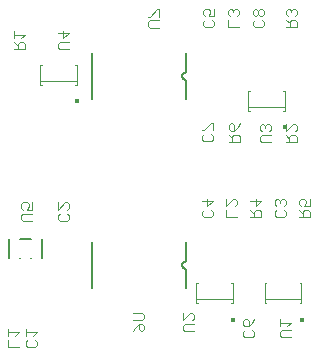
<source format=gbo>
G75*
%MOIN*%
%OFA0B0*%
%FSLAX24Y24*%
%IPPOS*%
%LPD*%
%AMOC8*
5,1,8,0,0,1.08239X$1,22.5*
%
%ADD10C,0.0060*%
%ADD11C,0.0040*%
%ADD12C,0.0157*%
%ADD13C,0.0039*%
D10*
X003720Y005755D02*
X003720Y007275D01*
X002060Y007385D02*
X002060Y006747D01*
X001688Y006747D02*
X001686Y006747D01*
X001314Y006747D02*
X001312Y006747D01*
X000940Y006747D02*
X000940Y007385D01*
X001314Y007385D02*
X001686Y007385D01*
X003720Y012054D02*
X003720Y013574D01*
X006840Y013574D02*
X006840Y012934D01*
X006819Y012932D01*
X006799Y012927D01*
X006780Y012918D01*
X006763Y012906D01*
X006748Y012891D01*
X006736Y012874D01*
X006727Y012855D01*
X006722Y012835D01*
X006720Y012814D01*
X006722Y012793D01*
X006727Y012773D01*
X006736Y012754D01*
X006748Y012737D01*
X006763Y012722D01*
X006780Y012710D01*
X006799Y012701D01*
X006819Y012696D01*
X006840Y012694D01*
X006840Y012054D01*
X006840Y007275D02*
X006840Y006635D01*
X006819Y006633D01*
X006799Y006628D01*
X006780Y006619D01*
X006763Y006607D01*
X006748Y006592D01*
X006736Y006575D01*
X006727Y006556D01*
X006722Y006536D01*
X006720Y006515D01*
X006722Y006494D01*
X006727Y006474D01*
X006736Y006455D01*
X006748Y006438D01*
X006763Y006423D01*
X006780Y006411D01*
X006799Y006402D01*
X006819Y006397D01*
X006840Y006395D01*
X006840Y005755D01*
D11*
X000923Y004030D02*
X000923Y003790D01*
X001283Y003790D01*
X001507Y003846D02*
X001507Y003966D01*
X001567Y004026D01*
X001507Y004154D02*
X001507Y004394D01*
X001507Y004274D02*
X001868Y004274D01*
X001748Y004154D01*
X001808Y004026D02*
X001868Y003966D01*
X001868Y003846D01*
X001808Y003786D01*
X001567Y003786D01*
X001507Y003846D01*
X001163Y004158D02*
X001283Y004278D01*
X000923Y004278D01*
X000923Y004158D02*
X000923Y004399D01*
X001423Y007991D02*
X001363Y008051D01*
X001363Y008171D01*
X001423Y008231D01*
X001723Y008231D01*
X001723Y008360D02*
X001543Y008360D01*
X001603Y008480D01*
X001603Y008540D01*
X001543Y008600D01*
X001423Y008600D01*
X001363Y008540D01*
X001363Y008420D01*
X001423Y008360D01*
X001423Y007991D02*
X001723Y007991D01*
X001723Y008360D02*
X001723Y008600D01*
X002583Y008600D02*
X002583Y008360D01*
X002823Y008600D01*
X002883Y008600D01*
X002943Y008540D01*
X002943Y008420D01*
X002883Y008360D01*
X002883Y008231D02*
X002943Y008171D01*
X002943Y008051D01*
X002883Y007991D01*
X002643Y007991D01*
X002583Y008051D01*
X002583Y008171D01*
X002643Y008231D01*
X005096Y004920D02*
X005396Y004920D01*
X005456Y004860D01*
X005456Y004740D01*
X005396Y004680D01*
X005096Y004680D01*
X005276Y004551D02*
X005156Y004431D01*
X005096Y004311D01*
X005276Y004371D02*
X005276Y004551D01*
X005396Y004551D01*
X005456Y004491D01*
X005456Y004371D01*
X005396Y004311D01*
X005336Y004311D01*
X005276Y004371D01*
X006750Y004362D02*
X006750Y004482D01*
X006810Y004542D01*
X007110Y004542D01*
X007050Y004670D02*
X007110Y004730D01*
X007110Y004850D01*
X007050Y004910D01*
X006990Y004910D01*
X006750Y004670D01*
X006750Y004910D01*
X006750Y004362D02*
X006810Y004302D01*
X007110Y004302D01*
X008758Y004285D02*
X008758Y004165D01*
X008818Y004105D01*
X009058Y004105D01*
X009118Y004165D01*
X009118Y004285D01*
X009058Y004345D01*
X008938Y004473D02*
X008938Y004653D01*
X008878Y004714D01*
X008818Y004714D01*
X008758Y004653D01*
X008758Y004533D01*
X008818Y004473D01*
X008938Y004473D01*
X009058Y004593D01*
X009118Y004714D01*
X008818Y004345D02*
X008758Y004285D01*
X009978Y004285D02*
X009978Y004165D01*
X010038Y004105D01*
X010339Y004105D01*
X010339Y004345D02*
X010038Y004345D01*
X009978Y004285D01*
X009978Y004473D02*
X009978Y004714D01*
X009978Y004593D02*
X010339Y004593D01*
X010218Y004473D01*
X010108Y008109D02*
X009867Y008109D01*
X009807Y008169D01*
X009807Y008290D01*
X009867Y008350D01*
X009867Y008478D02*
X009807Y008538D01*
X009807Y008658D01*
X009867Y008718D01*
X009928Y008718D01*
X009988Y008658D01*
X009988Y008598D01*
X009988Y008658D02*
X010048Y008718D01*
X010108Y008718D01*
X010168Y008658D01*
X010168Y008538D01*
X010108Y008478D01*
X010108Y008350D02*
X010168Y008290D01*
X010168Y008169D01*
X010108Y008109D01*
X010614Y008109D02*
X010975Y008109D01*
X010975Y008290D01*
X010915Y008350D01*
X010795Y008350D01*
X010735Y008290D01*
X010735Y008109D01*
X010735Y008229D02*
X010614Y008350D01*
X010675Y008478D02*
X010614Y008538D01*
X010614Y008658D01*
X010675Y008718D01*
X010795Y008718D01*
X010855Y008658D01*
X010855Y008598D01*
X010795Y008478D01*
X010975Y008478D01*
X010975Y008718D01*
X010535Y010601D02*
X010175Y010601D01*
X010295Y010601D02*
X010295Y010781D01*
X010355Y010841D01*
X010475Y010841D01*
X010535Y010781D01*
X010535Y010601D01*
X010475Y010969D02*
X010535Y011029D01*
X010535Y011150D01*
X010475Y011210D01*
X010415Y011210D01*
X010175Y010969D01*
X010175Y011210D01*
X010175Y010841D02*
X010295Y010721D01*
X009669Y010601D02*
X009369Y010601D01*
X009309Y010661D01*
X009309Y010781D01*
X009369Y010841D01*
X009669Y010841D01*
X009609Y010969D02*
X009669Y011029D01*
X009669Y011150D01*
X009609Y011210D01*
X009549Y011210D01*
X009489Y011150D01*
X009429Y011210D01*
X009369Y011210D01*
X009309Y011150D01*
X009309Y011029D01*
X009369Y010969D01*
X009489Y011089D02*
X009489Y011150D01*
X008639Y011234D02*
X008579Y011114D01*
X008459Y010994D01*
X008459Y011174D01*
X008399Y011234D01*
X008339Y011234D01*
X008279Y011174D01*
X008279Y011054D01*
X008339Y010994D01*
X008459Y010994D01*
X008459Y010866D02*
X008399Y010806D01*
X008399Y010625D01*
X008279Y010625D02*
X008639Y010625D01*
X008639Y010806D01*
X008579Y010866D01*
X008459Y010866D01*
X008399Y010746D02*
X008279Y010866D01*
X007734Y010816D02*
X007734Y010696D01*
X007674Y010636D01*
X007434Y010636D01*
X007374Y010696D01*
X007374Y010816D01*
X007434Y010876D01*
X007434Y011004D02*
X007374Y011004D01*
X007434Y011004D02*
X007674Y011245D01*
X007734Y011245D01*
X007734Y011004D01*
X007674Y010876D02*
X007734Y010816D01*
X007566Y008718D02*
X007566Y008478D01*
X007746Y008658D01*
X007386Y008658D01*
X007446Y008350D02*
X007386Y008290D01*
X007386Y008169D01*
X007446Y008109D01*
X007686Y008109D01*
X007746Y008169D01*
X007746Y008290D01*
X007686Y008350D01*
X008193Y008350D02*
X008193Y008109D01*
X008554Y008109D01*
X008493Y008478D02*
X008554Y008538D01*
X008554Y008658D01*
X008493Y008718D01*
X008433Y008718D01*
X008193Y008478D01*
X008193Y008718D01*
X009000Y008658D02*
X009361Y008658D01*
X009180Y008478D01*
X009180Y008718D01*
X009180Y008350D02*
X009120Y008290D01*
X009120Y008109D01*
X009000Y008109D02*
X009361Y008109D01*
X009361Y008290D01*
X009301Y008350D01*
X009180Y008350D01*
X009120Y008229D02*
X009000Y008350D01*
X009139Y014448D02*
X009079Y014508D01*
X009079Y014628D01*
X009139Y014688D01*
X009139Y014816D02*
X009199Y014816D01*
X009259Y014876D01*
X009259Y014996D01*
X009199Y015056D01*
X009139Y015056D01*
X009079Y014996D01*
X009079Y014876D01*
X009139Y014816D01*
X009259Y014876D02*
X009319Y014816D01*
X009379Y014816D01*
X009439Y014876D01*
X009439Y014996D01*
X009379Y015056D01*
X009319Y015056D01*
X009259Y014996D01*
X009379Y014688D02*
X009439Y014628D01*
X009439Y014508D01*
X009379Y014448D01*
X009139Y014448D01*
X008613Y014448D02*
X008252Y014448D01*
X008252Y014688D01*
X008312Y014816D02*
X008252Y014876D01*
X008252Y014996D01*
X008312Y015056D01*
X008372Y015056D01*
X008432Y014996D01*
X008432Y014936D01*
X008432Y014996D02*
X008492Y015056D01*
X008553Y015056D01*
X008613Y014996D01*
X008613Y014876D01*
X008553Y014816D01*
X007786Y014816D02*
X007606Y014816D01*
X007666Y014936D01*
X007666Y014996D01*
X007606Y015056D01*
X007486Y015056D01*
X007426Y014996D01*
X007426Y014876D01*
X007486Y014816D01*
X007486Y014688D02*
X007426Y014628D01*
X007426Y014508D01*
X007486Y014448D01*
X007726Y014448D01*
X007786Y014508D01*
X007786Y014628D01*
X007726Y014688D01*
X007786Y014816D02*
X007786Y015056D01*
X005956Y015035D02*
X005956Y014795D01*
X005956Y014667D02*
X005656Y014667D01*
X005596Y014607D01*
X005596Y014487D01*
X005656Y014427D01*
X005956Y014427D01*
X005656Y014795D02*
X005596Y014795D01*
X005656Y014795D02*
X005896Y015035D01*
X005956Y015035D01*
X002943Y014248D02*
X002763Y014068D01*
X002763Y014308D01*
X002583Y014248D02*
X002943Y014248D01*
X002943Y013940D02*
X002643Y013940D01*
X002583Y013880D01*
X002583Y013760D01*
X002643Y013700D01*
X002943Y013700D01*
X001487Y013700D02*
X001487Y013880D01*
X001427Y013940D01*
X001306Y013940D01*
X001246Y013880D01*
X001246Y013700D01*
X001126Y013700D02*
X001487Y013700D01*
X001246Y013820D02*
X001126Y013940D01*
X001126Y014068D02*
X001126Y014308D01*
X001126Y014188D02*
X001487Y014188D01*
X001367Y014068D01*
X010181Y014448D02*
X010542Y014448D01*
X010542Y014628D01*
X010482Y014688D01*
X010362Y014688D01*
X010302Y014628D01*
X010302Y014448D01*
X010302Y014568D02*
X010181Y014688D01*
X010241Y014816D02*
X010181Y014876D01*
X010181Y014996D01*
X010241Y015056D01*
X010302Y015056D01*
X010362Y014996D01*
X010362Y014936D01*
X010362Y014996D02*
X010422Y015056D01*
X010482Y015056D01*
X010542Y014996D01*
X010542Y014876D01*
X010482Y014816D01*
D12*
X010152Y011111D03*
X010703Y004694D03*
X008419Y004694D03*
X003222Y011977D03*
D13*
X003213Y012518D02*
X003154Y012518D01*
X003213Y012518D02*
X003213Y012656D01*
X001992Y012656D01*
X001992Y012518D01*
X002051Y012518D01*
X001992Y012656D02*
X001992Y013188D01*
X002051Y013188D01*
X003154Y013188D02*
X003213Y013188D01*
X003213Y012656D01*
X007189Y005904D02*
X007189Y005373D01*
X008409Y005373D01*
X008409Y005235D01*
X008350Y005235D01*
X008409Y005373D02*
X008409Y005904D01*
X008350Y005904D01*
X009472Y005904D02*
X009472Y005373D01*
X010693Y005373D01*
X010693Y005235D01*
X010634Y005235D01*
X010693Y005373D02*
X010693Y005904D01*
X010634Y005904D01*
X009531Y005904D02*
X009472Y005904D01*
X009472Y005373D02*
X009472Y005235D01*
X009531Y005235D01*
X007248Y005235D02*
X007189Y005235D01*
X007189Y005373D01*
X007189Y005904D02*
X007248Y005904D01*
X008921Y011652D02*
X008980Y011652D01*
X008921Y011652D02*
X008921Y011790D01*
X010142Y011790D01*
X010142Y011652D01*
X010083Y011652D01*
X010142Y011790D02*
X010142Y012322D01*
X010083Y012322D01*
X008980Y012322D02*
X008921Y012322D01*
X008921Y011790D01*
M02*

</source>
